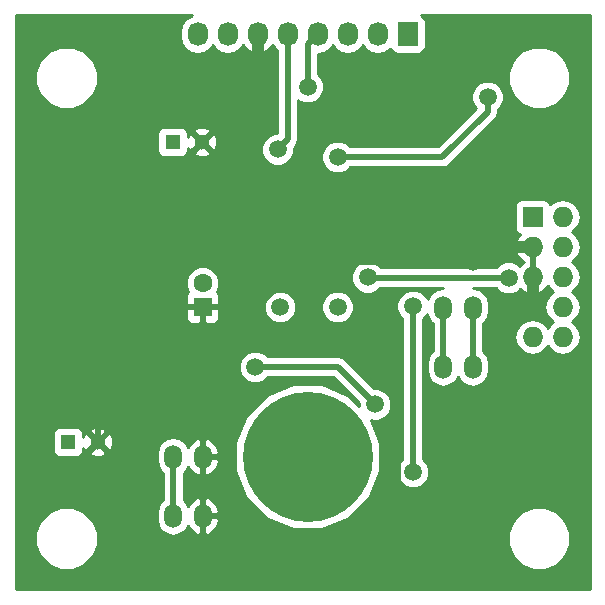
<source format=gtl>
G04 #@! TF.GenerationSoftware,KiCad,Pcbnew,(2017-05-18 revision 2a3a699)-master*
G04 #@! TF.CreationDate,2017-05-23T18:31:29+02:00*
G04 #@! TF.ProjectId,reader,7265616465722E6B696361645F706362,rev?*
G04 #@! TF.FileFunction,Copper,L1,Top,Signal*
G04 #@! TF.FilePolarity,Positive*
%FSLAX46Y46*%
G04 Gerber Fmt 4.6, Leading zero omitted, Abs format (unit mm)*
G04 Created by KiCad (PCBNEW (2017-05-18 revision 2a3a699)-master) date Tue May 23 18:31:29 2017*
%MOMM*%
%LPD*%
G01*
G04 APERTURE LIST*
%ADD10C,0.385000*%
%ADD11O,1.727200X2.032000*%
%ADD12R,1.727200X2.032000*%
%ADD13C,11.000000*%
%ADD14R,1.727200X1.727200*%
%ADD15O,1.727200X1.727200*%
%ADD16R,1.300000X1.300000*%
%ADD17C,1.300000*%
%ADD18O,1.500000X2.000000*%
%ADD19R,1.600000X1.600000*%
%ADD20C,1.600000*%
%ADD21C,1.501140*%
%ADD22C,1.500000*%
%ADD23C,0.508000*%
%ADD24C,1.016000*%
%ADD25C,0.254000*%
G04 APERTURE END LIST*
D10*
D11*
X66100000Y-52300000D03*
X68640000Y-52300000D03*
X71180000Y-52300000D03*
X73720000Y-52300000D03*
X76260000Y-52300000D03*
X78800000Y-52300000D03*
X81340000Y-52300000D03*
D12*
X83880000Y-52300000D03*
D13*
X75400000Y-88100000D03*
D14*
X94450000Y-67780000D03*
D15*
X96990000Y-67780000D03*
X94450000Y-70320000D03*
X96990000Y-70320000D03*
X94450000Y-72860000D03*
X96990000Y-72860000D03*
X96990000Y-75400000D03*
X94450000Y-77940000D03*
X96990000Y-77940000D03*
D16*
X63970000Y-61430000D03*
D17*
X66470000Y-61430000D03*
X57620000Y-86830000D03*
D16*
X55120000Y-86830000D03*
D18*
X64010000Y-93100000D03*
X66510000Y-93100000D03*
X66510000Y-88100000D03*
X64010000Y-88100000D03*
X86870000Y-75480000D03*
X89370000Y-75480000D03*
X89370000Y-80480000D03*
X86870000Y-80480000D03*
D19*
X66510000Y-75400000D03*
D20*
X66510000Y-73400000D03*
D21*
X77940000Y-75400000D03*
X73058120Y-75400000D03*
D22*
X84328810Y-89370000D03*
X84311472Y-75330118D03*
X85560000Y-96355000D03*
X82385000Y-81750000D03*
X89370000Y-71590000D03*
X95720000Y-61430000D03*
X75400000Y-65240000D03*
X60160000Y-74130000D03*
X56350000Y-67780000D03*
X81115000Y-83655000D03*
X70955000Y-80480000D03*
X80480000Y-72898810D03*
X92416963Y-72928397D03*
X90640000Y-57620000D03*
X77940000Y-62700000D03*
X72860000Y-62065000D03*
X75400047Y-56750736D03*
D23*
X84311472Y-89352662D02*
X84328810Y-89370000D01*
X84311472Y-75330118D02*
X84311472Y-89352662D01*
X64010000Y-88100000D02*
X64010000Y-93100000D01*
D24*
X94450000Y-72860000D02*
X94450000Y-74130000D01*
D23*
X94450000Y-74130000D02*
X91910000Y-76670000D01*
X91910000Y-76670000D02*
X91910000Y-90005000D01*
X91910000Y-90005000D02*
X85560000Y-96355000D01*
D24*
X94450000Y-70320000D02*
X90640000Y-70320000D01*
D23*
X90640000Y-70320000D02*
X89370000Y-71590000D01*
X71180000Y-56125000D02*
X66735000Y-56125000D01*
X66735000Y-56125000D02*
X65240000Y-57620000D01*
D24*
X71180000Y-52300000D02*
X71180000Y-56125000D01*
D23*
X83020000Y-83445660D02*
X83020000Y-93815000D01*
X83020000Y-93815000D02*
X85560000Y-96355000D01*
X82385000Y-81750000D02*
X82385000Y-82810660D01*
X82385000Y-82810660D02*
X83020000Y-83445660D01*
X66510000Y-86592000D02*
X66510000Y-88100000D01*
X89370000Y-71590000D02*
X74930250Y-71590000D01*
X74930250Y-71590000D02*
X66510000Y-80010250D01*
X66510000Y-80010250D02*
X66510000Y-86592000D01*
X75400000Y-65240000D02*
X72860000Y-65240000D01*
X72860000Y-65240000D02*
X69050000Y-69050000D01*
X69050000Y-69050000D02*
X69050000Y-81115000D01*
X69050000Y-81115000D02*
X66510000Y-83655000D01*
X66510000Y-83655000D02*
X66510000Y-88100000D01*
X95720000Y-61430000D02*
X91910000Y-65240000D01*
X91910000Y-65240000D02*
X75400000Y-65240000D01*
X60160000Y-74130000D02*
X57620000Y-76670000D01*
X57620000Y-76670000D02*
X57620000Y-86830000D01*
X56350000Y-67780000D02*
X57620000Y-69050000D01*
X57620000Y-69050000D02*
X57620000Y-86830000D01*
X70955000Y-80480000D02*
X77940000Y-80480000D01*
X77940000Y-80480000D02*
X81115000Y-83655000D01*
X80509587Y-72928397D02*
X80480000Y-72898810D01*
X92416963Y-72928397D02*
X80509587Y-72928397D01*
X77940000Y-62700000D02*
X86807178Y-62700000D01*
X86807178Y-62700000D02*
X90640000Y-58867178D01*
X90640000Y-58867178D02*
X90640000Y-57620000D01*
X73720000Y-52300000D02*
X73720000Y-61205000D01*
X73720000Y-61205000D02*
X72860000Y-62065000D01*
X75400047Y-56750736D02*
X75400047Y-53159953D01*
X75400047Y-53159953D02*
X76260000Y-52300000D01*
X86870000Y-75480000D02*
X86870000Y-80480000D01*
X89370000Y-75480000D02*
X89370000Y-80480000D01*
D25*
G36*
X65526511Y-50730729D02*
X65040330Y-51055585D01*
X64715474Y-51541766D01*
X64601400Y-52115255D01*
X64601400Y-52484745D01*
X64715474Y-53058234D01*
X65040330Y-53544415D01*
X65526511Y-53869271D01*
X66100000Y-53983345D01*
X66673489Y-53869271D01*
X67159670Y-53544415D01*
X67370000Y-53229634D01*
X67580330Y-53544415D01*
X68066511Y-53869271D01*
X68640000Y-53983345D01*
X69213489Y-53869271D01*
X69699670Y-53544415D01*
X69906461Y-53234931D01*
X70277964Y-53650732D01*
X70805209Y-53904709D01*
X70820974Y-53907358D01*
X71053000Y-53786217D01*
X71053000Y-52427000D01*
X71033000Y-52427000D01*
X71033000Y-52173000D01*
X71053000Y-52173000D01*
X71053000Y-52153000D01*
X71307000Y-52153000D01*
X71307000Y-52173000D01*
X71327000Y-52173000D01*
X71327000Y-52427000D01*
X71307000Y-52427000D01*
X71307000Y-53786217D01*
X71539026Y-53907358D01*
X71554791Y-53904709D01*
X72082036Y-53650732D01*
X72453539Y-53234931D01*
X72660330Y-53544415D01*
X72831000Y-53658453D01*
X72831000Y-60679974D01*
X72585715Y-60679760D01*
X72076485Y-60890169D01*
X71686539Y-61279436D01*
X71475241Y-61788298D01*
X71474760Y-62339285D01*
X71685169Y-62848515D01*
X72074436Y-63238461D01*
X72583298Y-63449759D01*
X73134285Y-63450240D01*
X73643515Y-63239831D01*
X73909524Y-62974285D01*
X76554760Y-62974285D01*
X76765169Y-63483515D01*
X77154436Y-63873461D01*
X77663298Y-64084759D01*
X78214285Y-64085240D01*
X78723515Y-63874831D01*
X79009845Y-63589000D01*
X86807178Y-63589000D01*
X87147384Y-63521329D01*
X87435796Y-63328618D01*
X91268618Y-59495796D01*
X91461329Y-59207384D01*
X91529000Y-58867178D01*
X91529000Y-58689530D01*
X91813461Y-58405564D01*
X92024759Y-57896702D01*
X92025240Y-57345715D01*
X91814831Y-56836485D01*
X91500728Y-56521834D01*
X92364543Y-56521834D01*
X92764853Y-57490658D01*
X93505443Y-58232542D01*
X94473567Y-58634542D01*
X95521834Y-58635457D01*
X96490658Y-58235147D01*
X97232542Y-57494557D01*
X97634542Y-56526433D01*
X97635457Y-55478166D01*
X97235147Y-54509342D01*
X96494557Y-53767458D01*
X95526433Y-53365458D01*
X94478166Y-53364543D01*
X93509342Y-53764853D01*
X92767458Y-54505443D01*
X92365458Y-55473567D01*
X92364543Y-56521834D01*
X91500728Y-56521834D01*
X91425564Y-56446539D01*
X90916702Y-56235241D01*
X90365715Y-56234760D01*
X89856485Y-56445169D01*
X89466539Y-56834436D01*
X89255241Y-57343298D01*
X89254760Y-57894285D01*
X89465169Y-58403515D01*
X89655632Y-58594310D01*
X86438942Y-61811000D01*
X79009530Y-61811000D01*
X78725564Y-61526539D01*
X78216702Y-61315241D01*
X77665715Y-61314760D01*
X77156485Y-61525169D01*
X76766539Y-61914436D01*
X76555241Y-62423298D01*
X76554760Y-62974285D01*
X73909524Y-62974285D01*
X74033461Y-62850564D01*
X74244759Y-62341702D01*
X74245112Y-61937124D01*
X74348618Y-61833618D01*
X74541330Y-61545205D01*
X74609000Y-61205000D01*
X74609000Y-57918704D01*
X74614483Y-57924197D01*
X75123345Y-58135495D01*
X75674332Y-58135976D01*
X76183562Y-57925567D01*
X76573508Y-57536300D01*
X76784806Y-57027438D01*
X76785287Y-56476451D01*
X76574878Y-55967221D01*
X76289047Y-55680891D01*
X76289047Y-53977567D01*
X76833489Y-53869271D01*
X77319670Y-53544415D01*
X77530000Y-53229634D01*
X77740330Y-53544415D01*
X78226511Y-53869271D01*
X78800000Y-53983345D01*
X79373489Y-53869271D01*
X79859670Y-53544415D01*
X80070000Y-53229634D01*
X80280330Y-53544415D01*
X80766511Y-53869271D01*
X81340000Y-53983345D01*
X81913489Y-53869271D01*
X82399670Y-53544415D01*
X82411016Y-53527434D01*
X82418243Y-53563765D01*
X82558591Y-53773809D01*
X82768635Y-53914157D01*
X83016400Y-53963440D01*
X84743600Y-53963440D01*
X84991365Y-53914157D01*
X85201409Y-53773809D01*
X85341757Y-53563765D01*
X85391040Y-53316000D01*
X85391040Y-51284000D01*
X85341757Y-51036235D01*
X85201409Y-50826191D01*
X85027518Y-50710000D01*
X99290000Y-50710000D01*
X99290000Y-99290000D01*
X50710000Y-99290000D01*
X50710000Y-95521834D01*
X52364543Y-95521834D01*
X52764853Y-96490658D01*
X53505443Y-97232542D01*
X54473567Y-97634542D01*
X55521834Y-97635457D01*
X56490658Y-97235147D01*
X57232542Y-96494557D01*
X57634542Y-95526433D01*
X57634546Y-95521834D01*
X92364543Y-95521834D01*
X92764853Y-96490658D01*
X93505443Y-97232542D01*
X94473567Y-97634542D01*
X95521834Y-97635457D01*
X96490658Y-97235147D01*
X97232542Y-96494557D01*
X97634542Y-95526433D01*
X97635457Y-94478166D01*
X97235147Y-93509342D01*
X96494557Y-92767458D01*
X95526433Y-92365458D01*
X94478166Y-92364543D01*
X93509342Y-92764853D01*
X92767458Y-93505443D01*
X92365458Y-94473567D01*
X92364543Y-95521834D01*
X57634546Y-95521834D01*
X57635457Y-94478166D01*
X57235147Y-93509342D01*
X56494557Y-92767458D01*
X55526433Y-92365458D01*
X54478166Y-92364543D01*
X53509342Y-92764853D01*
X52767458Y-93505443D01*
X52365458Y-94473567D01*
X52364543Y-95521834D01*
X50710000Y-95521834D01*
X50710000Y-86180000D01*
X53822560Y-86180000D01*
X53822560Y-87480000D01*
X53871843Y-87727765D01*
X54012191Y-87937809D01*
X54222235Y-88078157D01*
X54470000Y-88127440D01*
X55770000Y-88127440D01*
X56017765Y-88078157D01*
X56227809Y-87937809D01*
X56367321Y-87729016D01*
X56900590Y-87729016D01*
X56956271Y-87959611D01*
X57439078Y-88127622D01*
X57949428Y-88098083D01*
X58283729Y-87959611D01*
X58317931Y-87817968D01*
X62625000Y-87817968D01*
X62625000Y-88382032D01*
X62730427Y-88912049D01*
X63030657Y-89361375D01*
X63121000Y-89421740D01*
X63121000Y-91778260D01*
X63030657Y-91838625D01*
X62730427Y-92287951D01*
X62625000Y-92817968D01*
X62625000Y-93382032D01*
X62730427Y-93912049D01*
X63030657Y-94361375D01*
X63479983Y-94661605D01*
X64010000Y-94767032D01*
X64540017Y-94661605D01*
X64989343Y-94361375D01*
X65257049Y-93960724D01*
X65260036Y-93971721D01*
X65593106Y-94402736D01*
X66065765Y-94673481D01*
X66168815Y-94692318D01*
X66383000Y-94569656D01*
X66383000Y-93227000D01*
X66637000Y-93227000D01*
X66637000Y-94569656D01*
X66851185Y-94692318D01*
X66954235Y-94673481D01*
X67426894Y-94402736D01*
X67759964Y-93971721D01*
X67902739Y-93446055D01*
X67741868Y-93227000D01*
X66637000Y-93227000D01*
X66383000Y-93227000D01*
X66363000Y-93227000D01*
X66363000Y-92973000D01*
X66383000Y-92973000D01*
X66383000Y-91630344D01*
X66637000Y-91630344D01*
X66637000Y-92973000D01*
X67741868Y-92973000D01*
X67902739Y-92753945D01*
X67759964Y-92228279D01*
X67426894Y-91797264D01*
X66954235Y-91526519D01*
X66851185Y-91507682D01*
X66637000Y-91630344D01*
X66383000Y-91630344D01*
X66168815Y-91507682D01*
X66065765Y-91526519D01*
X65593106Y-91797264D01*
X65260036Y-92228279D01*
X65257049Y-92239276D01*
X64989343Y-91838625D01*
X64899000Y-91778260D01*
X64899000Y-89421740D01*
X64989343Y-89361375D01*
X65257049Y-88960724D01*
X65260036Y-88971721D01*
X65593106Y-89402736D01*
X66065765Y-89673481D01*
X66168815Y-89692318D01*
X66383000Y-89569656D01*
X66383000Y-88227000D01*
X66637000Y-88227000D01*
X66637000Y-89569656D01*
X66851185Y-89692318D01*
X66954235Y-89673481D01*
X67426894Y-89402736D01*
X67494713Y-89314973D01*
X69263937Y-89314973D01*
X70195967Y-91570658D01*
X71920264Y-93297967D01*
X74174319Y-94233933D01*
X76614973Y-94236063D01*
X78870658Y-93304033D01*
X80597967Y-91579736D01*
X81533933Y-89325681D01*
X81536063Y-86885027D01*
X80760217Y-85007337D01*
X80838298Y-85039759D01*
X81389285Y-85040240D01*
X81898515Y-84829831D01*
X82288461Y-84440564D01*
X82499759Y-83931702D01*
X82500240Y-83380715D01*
X82289831Y-82871485D01*
X81900564Y-82481539D01*
X81391702Y-82270241D01*
X80987124Y-82269888D01*
X78568618Y-79851382D01*
X78280206Y-79658671D01*
X77940000Y-79591000D01*
X72024530Y-79591000D01*
X71740564Y-79306539D01*
X71231702Y-79095241D01*
X70680715Y-79094760D01*
X70171485Y-79305169D01*
X69781539Y-79694436D01*
X69570241Y-80203298D01*
X69569760Y-80754285D01*
X69780169Y-81263515D01*
X70169436Y-81653461D01*
X70678298Y-81864759D01*
X71229285Y-81865240D01*
X71738515Y-81654831D01*
X72024845Y-81369000D01*
X77571764Y-81369000D01*
X79730111Y-83527347D01*
X79729913Y-83753695D01*
X78879736Y-82902033D01*
X76625681Y-81966067D01*
X74185027Y-81963937D01*
X71929342Y-82895967D01*
X70202033Y-84620264D01*
X69266067Y-86874319D01*
X69263937Y-89314973D01*
X67494713Y-89314973D01*
X67759964Y-88971721D01*
X67902739Y-88446055D01*
X67741868Y-88227000D01*
X66637000Y-88227000D01*
X66383000Y-88227000D01*
X66363000Y-88227000D01*
X66363000Y-87973000D01*
X66383000Y-87973000D01*
X66383000Y-86630344D01*
X66637000Y-86630344D01*
X66637000Y-87973000D01*
X67741868Y-87973000D01*
X67902739Y-87753945D01*
X67759964Y-87228279D01*
X67426894Y-86797264D01*
X66954235Y-86526519D01*
X66851185Y-86507682D01*
X66637000Y-86630344D01*
X66383000Y-86630344D01*
X66168815Y-86507682D01*
X66065765Y-86526519D01*
X65593106Y-86797264D01*
X65260036Y-87228279D01*
X65257049Y-87239276D01*
X64989343Y-86838625D01*
X64540017Y-86538395D01*
X64010000Y-86432968D01*
X63479983Y-86538395D01*
X63030657Y-86838625D01*
X62730427Y-87287951D01*
X62625000Y-87817968D01*
X58317931Y-87817968D01*
X58339410Y-87729016D01*
X57620000Y-87009605D01*
X56900590Y-87729016D01*
X56367321Y-87729016D01*
X56368157Y-87727765D01*
X56417440Y-87480000D01*
X56417440Y-87317615D01*
X56490389Y-87493729D01*
X56720984Y-87549410D01*
X57440395Y-86830000D01*
X57799605Y-86830000D01*
X58519016Y-87549410D01*
X58749611Y-87493729D01*
X58917622Y-87010922D01*
X58888083Y-86500572D01*
X58749611Y-86166271D01*
X58519016Y-86110590D01*
X57799605Y-86830000D01*
X57440395Y-86830000D01*
X56720984Y-86110590D01*
X56490389Y-86166271D01*
X56417440Y-86375902D01*
X56417440Y-86180000D01*
X56368157Y-85932235D01*
X56367322Y-85930984D01*
X56900590Y-85930984D01*
X57620000Y-86650395D01*
X58339410Y-85930984D01*
X58283729Y-85700389D01*
X57800922Y-85532378D01*
X57290572Y-85561917D01*
X56956271Y-85700389D01*
X56900590Y-85930984D01*
X56367322Y-85930984D01*
X56227809Y-85722191D01*
X56017765Y-85581843D01*
X55770000Y-85532560D01*
X54470000Y-85532560D01*
X54222235Y-85581843D01*
X54012191Y-85722191D01*
X53871843Y-85932235D01*
X53822560Y-86180000D01*
X50710000Y-86180000D01*
X50710000Y-75685750D01*
X65075000Y-75685750D01*
X65075000Y-76326309D01*
X65171673Y-76559698D01*
X65350301Y-76738327D01*
X65583690Y-76835000D01*
X66224250Y-76835000D01*
X66383000Y-76676250D01*
X66383000Y-75527000D01*
X66637000Y-75527000D01*
X66637000Y-76676250D01*
X66795750Y-76835000D01*
X67436310Y-76835000D01*
X67669699Y-76738327D01*
X67848327Y-76559698D01*
X67945000Y-76326309D01*
X67945000Y-75685750D01*
X67933648Y-75674398D01*
X71672310Y-75674398D01*
X71882806Y-76183837D01*
X72272233Y-76573944D01*
X72781304Y-76785329D01*
X73332518Y-76785810D01*
X73841957Y-76575314D01*
X74232064Y-76185887D01*
X74443449Y-75676816D01*
X74443451Y-75674398D01*
X76554190Y-75674398D01*
X76764686Y-76183837D01*
X77154113Y-76573944D01*
X77663184Y-76785329D01*
X78214398Y-76785810D01*
X78723837Y-76575314D01*
X79113944Y-76185887D01*
X79325329Y-75676816D01*
X79325810Y-75125602D01*
X79115314Y-74616163D01*
X78725887Y-74226056D01*
X78216816Y-74014671D01*
X77665602Y-74014190D01*
X77156163Y-74224686D01*
X76766056Y-74614113D01*
X76554671Y-75123184D01*
X76554190Y-75674398D01*
X74443451Y-75674398D01*
X74443930Y-75125602D01*
X74233434Y-74616163D01*
X73844007Y-74226056D01*
X73334936Y-74014671D01*
X72783722Y-74014190D01*
X72274283Y-74224686D01*
X71884176Y-74614113D01*
X71672791Y-75123184D01*
X71672310Y-75674398D01*
X67933648Y-75674398D01*
X67786250Y-75527000D01*
X66637000Y-75527000D01*
X66383000Y-75527000D01*
X65233750Y-75527000D01*
X65075000Y-75685750D01*
X50710000Y-75685750D01*
X50710000Y-73684187D01*
X65074752Y-73684187D01*
X65265688Y-74146287D01*
X65171673Y-74240302D01*
X65075000Y-74473691D01*
X65075000Y-75114250D01*
X65233750Y-75273000D01*
X66383000Y-75273000D01*
X66383000Y-75253000D01*
X66637000Y-75253000D01*
X66637000Y-75273000D01*
X67786250Y-75273000D01*
X67945000Y-75114250D01*
X67945000Y-74473691D01*
X67848327Y-74240302D01*
X67754027Y-74146002D01*
X67944750Y-73686691D01*
X67945198Y-73173095D01*
X79094760Y-73173095D01*
X79305169Y-73682325D01*
X79694436Y-74072271D01*
X80203298Y-74283569D01*
X80754285Y-74284050D01*
X81263515Y-74073641D01*
X81520206Y-73817397D01*
X86847734Y-73817397D01*
X86339983Y-73918395D01*
X85890657Y-74218625D01*
X85590427Y-74667951D01*
X85572884Y-74756146D01*
X85486303Y-74546603D01*
X85097036Y-74156657D01*
X84588174Y-73945359D01*
X84037187Y-73944878D01*
X83527957Y-74155287D01*
X83138011Y-74544554D01*
X82926713Y-75053416D01*
X82926232Y-75604403D01*
X83136641Y-76113633D01*
X83422472Y-76399963D01*
X83422472Y-88317778D01*
X83155349Y-88584436D01*
X82944051Y-89093298D01*
X82943570Y-89644285D01*
X83153979Y-90153515D01*
X83543246Y-90543461D01*
X84052108Y-90754759D01*
X84603095Y-90755240D01*
X85112325Y-90544831D01*
X85502271Y-90155564D01*
X85713569Y-89646702D01*
X85714050Y-89095715D01*
X85503641Y-88586485D01*
X85200472Y-88282787D01*
X85200472Y-76399648D01*
X85484933Y-76115682D01*
X85532540Y-76001032D01*
X85590427Y-76292049D01*
X85890657Y-76741375D01*
X85981000Y-76801740D01*
X85981000Y-79158260D01*
X85890657Y-79218625D01*
X85590427Y-79667951D01*
X85485000Y-80197968D01*
X85485000Y-80762032D01*
X85590427Y-81292049D01*
X85890657Y-81741375D01*
X86339983Y-82041605D01*
X86870000Y-82147032D01*
X87400017Y-82041605D01*
X87849343Y-81741375D01*
X88120000Y-81336308D01*
X88390657Y-81741375D01*
X88839983Y-82041605D01*
X89370000Y-82147032D01*
X89900017Y-82041605D01*
X90349343Y-81741375D01*
X90649573Y-81292049D01*
X90755000Y-80762032D01*
X90755000Y-80197968D01*
X90649573Y-79667951D01*
X90349343Y-79218625D01*
X90259000Y-79158260D01*
X90259000Y-77940000D01*
X92922041Y-77940000D01*
X93036115Y-78513489D01*
X93360971Y-78999670D01*
X93847152Y-79324526D01*
X94420641Y-79438600D01*
X94479359Y-79438600D01*
X95052848Y-79324526D01*
X95539029Y-78999670D01*
X95720000Y-78728828D01*
X95900971Y-78999670D01*
X96387152Y-79324526D01*
X96960641Y-79438600D01*
X97019359Y-79438600D01*
X97592848Y-79324526D01*
X98079029Y-78999670D01*
X98403885Y-78513489D01*
X98517959Y-77940000D01*
X98403885Y-77366511D01*
X98079029Y-76880330D01*
X97764248Y-76670000D01*
X98079029Y-76459670D01*
X98403885Y-75973489D01*
X98517959Y-75400000D01*
X98403885Y-74826511D01*
X98079029Y-74340330D01*
X97764248Y-74130000D01*
X98079029Y-73919670D01*
X98403885Y-73433489D01*
X98517959Y-72860000D01*
X98403885Y-72286511D01*
X98079029Y-71800330D01*
X97764248Y-71590000D01*
X98079029Y-71379670D01*
X98403885Y-70893489D01*
X98517959Y-70320000D01*
X98403885Y-69746511D01*
X98079029Y-69260330D01*
X97764248Y-69050000D01*
X98079029Y-68839670D01*
X98403885Y-68353489D01*
X98517959Y-67780000D01*
X98403885Y-67206511D01*
X98079029Y-66720330D01*
X97592848Y-66395474D01*
X97019359Y-66281400D01*
X96960641Y-66281400D01*
X96387152Y-66395474D01*
X95919568Y-66707904D01*
X95911757Y-66668635D01*
X95771409Y-66458591D01*
X95561365Y-66318243D01*
X95313600Y-66268960D01*
X93586400Y-66268960D01*
X93338635Y-66318243D01*
X93128591Y-66458591D01*
X92988243Y-66668635D01*
X92938960Y-66916400D01*
X92938960Y-68643600D01*
X92988243Y-68891365D01*
X93128591Y-69101409D01*
X93338635Y-69241757D01*
X93427936Y-69259520D01*
X93167312Y-69545053D01*
X92995042Y-69960974D01*
X93116183Y-70193000D01*
X94323000Y-70193000D01*
X94323000Y-70173000D01*
X94577000Y-70173000D01*
X94577000Y-70193000D01*
X94597000Y-70193000D01*
X94597000Y-70447000D01*
X94577000Y-70447000D01*
X94577000Y-72733000D01*
X94597000Y-72733000D01*
X94597000Y-72987000D01*
X94577000Y-72987000D01*
X94577000Y-74194469D01*
X94809027Y-74314968D01*
X95338490Y-74066821D01*
X95720008Y-73648839D01*
X95900971Y-73919670D01*
X96215752Y-74130000D01*
X95900971Y-74340330D01*
X95576115Y-74826511D01*
X95462041Y-75400000D01*
X95576115Y-75973489D01*
X95900971Y-76459670D01*
X96215752Y-76670000D01*
X95900971Y-76880330D01*
X95720000Y-77151172D01*
X95539029Y-76880330D01*
X95052848Y-76555474D01*
X94479359Y-76441400D01*
X94420641Y-76441400D01*
X93847152Y-76555474D01*
X93360971Y-76880330D01*
X93036115Y-77366511D01*
X92922041Y-77940000D01*
X90259000Y-77940000D01*
X90259000Y-76801740D01*
X90349343Y-76741375D01*
X90649573Y-76292049D01*
X90755000Y-75762032D01*
X90755000Y-75197968D01*
X90649573Y-74667951D01*
X90349343Y-74218625D01*
X89900017Y-73918395D01*
X89392266Y-73817397D01*
X91347433Y-73817397D01*
X91631399Y-74101858D01*
X92140261Y-74313156D01*
X92691248Y-74313637D01*
X93200478Y-74103228D01*
X93406772Y-73897293D01*
X93561510Y-74066821D01*
X94090973Y-74314968D01*
X94323000Y-74194469D01*
X94323000Y-72987000D01*
X94303000Y-72987000D01*
X94303000Y-72733000D01*
X94323000Y-72733000D01*
X94323000Y-70447000D01*
X93116183Y-70447000D01*
X92995042Y-70679026D01*
X93167312Y-71094947D01*
X93561510Y-71526821D01*
X93696313Y-71590000D01*
X93561510Y-71653179D01*
X93341531Y-71894183D01*
X93202527Y-71754936D01*
X92693665Y-71543638D01*
X92142678Y-71543157D01*
X91633448Y-71753566D01*
X91347118Y-72039397D01*
X81579065Y-72039397D01*
X81265564Y-71725349D01*
X80756702Y-71514051D01*
X80205715Y-71513570D01*
X79696485Y-71723979D01*
X79306539Y-72113246D01*
X79095241Y-72622108D01*
X79094760Y-73173095D01*
X67945198Y-73173095D01*
X67945248Y-73115813D01*
X67727243Y-72588200D01*
X67323923Y-72184176D01*
X66796691Y-71965250D01*
X66225813Y-71964752D01*
X65698200Y-72182757D01*
X65294176Y-72586077D01*
X65075250Y-73113309D01*
X65074752Y-73684187D01*
X50710000Y-73684187D01*
X50710000Y-60780000D01*
X62672560Y-60780000D01*
X62672560Y-62080000D01*
X62721843Y-62327765D01*
X62862191Y-62537809D01*
X63072235Y-62678157D01*
X63320000Y-62727440D01*
X64620000Y-62727440D01*
X64867765Y-62678157D01*
X65077809Y-62537809D01*
X65217321Y-62329016D01*
X65750590Y-62329016D01*
X65806271Y-62559611D01*
X66289078Y-62727622D01*
X66799428Y-62698083D01*
X67133729Y-62559611D01*
X67189410Y-62329016D01*
X66470000Y-61609605D01*
X65750590Y-62329016D01*
X65217321Y-62329016D01*
X65218157Y-62327765D01*
X65267440Y-62080000D01*
X65267440Y-61917615D01*
X65340389Y-62093729D01*
X65570984Y-62149410D01*
X66290395Y-61430000D01*
X66649605Y-61430000D01*
X67369016Y-62149410D01*
X67599611Y-62093729D01*
X67767622Y-61610922D01*
X67738083Y-61100572D01*
X67599611Y-60766271D01*
X67369016Y-60710590D01*
X66649605Y-61430000D01*
X66290395Y-61430000D01*
X65570984Y-60710590D01*
X65340389Y-60766271D01*
X65267440Y-60975902D01*
X65267440Y-60780000D01*
X65218157Y-60532235D01*
X65217322Y-60530984D01*
X65750590Y-60530984D01*
X66470000Y-61250395D01*
X67189410Y-60530984D01*
X67133729Y-60300389D01*
X66650922Y-60132378D01*
X66140572Y-60161917D01*
X65806271Y-60300389D01*
X65750590Y-60530984D01*
X65217322Y-60530984D01*
X65077809Y-60322191D01*
X64867765Y-60181843D01*
X64620000Y-60132560D01*
X63320000Y-60132560D01*
X63072235Y-60181843D01*
X62862191Y-60322191D01*
X62721843Y-60532235D01*
X62672560Y-60780000D01*
X50710000Y-60780000D01*
X50710000Y-56521834D01*
X52364543Y-56521834D01*
X52764853Y-57490658D01*
X53505443Y-58232542D01*
X54473567Y-58634542D01*
X55521834Y-58635457D01*
X56490658Y-58235147D01*
X57232542Y-57494557D01*
X57634542Y-56526433D01*
X57635457Y-55478166D01*
X57235147Y-54509342D01*
X56494557Y-53767458D01*
X55526433Y-53365458D01*
X54478166Y-53364543D01*
X53509342Y-53764853D01*
X52767458Y-54505443D01*
X52365458Y-55473567D01*
X52364543Y-56521834D01*
X50710000Y-56521834D01*
X50710000Y-50710000D01*
X65630723Y-50710000D01*
X65526511Y-50730729D01*
X65526511Y-50730729D01*
G37*
X65526511Y-50730729D02*
X65040330Y-51055585D01*
X64715474Y-51541766D01*
X64601400Y-52115255D01*
X64601400Y-52484745D01*
X64715474Y-53058234D01*
X65040330Y-53544415D01*
X65526511Y-53869271D01*
X66100000Y-53983345D01*
X66673489Y-53869271D01*
X67159670Y-53544415D01*
X67370000Y-53229634D01*
X67580330Y-53544415D01*
X68066511Y-53869271D01*
X68640000Y-53983345D01*
X69213489Y-53869271D01*
X69699670Y-53544415D01*
X69906461Y-53234931D01*
X70277964Y-53650732D01*
X70805209Y-53904709D01*
X70820974Y-53907358D01*
X71053000Y-53786217D01*
X71053000Y-52427000D01*
X71033000Y-52427000D01*
X71033000Y-52173000D01*
X71053000Y-52173000D01*
X71053000Y-52153000D01*
X71307000Y-52153000D01*
X71307000Y-52173000D01*
X71327000Y-52173000D01*
X71327000Y-52427000D01*
X71307000Y-52427000D01*
X71307000Y-53786217D01*
X71539026Y-53907358D01*
X71554791Y-53904709D01*
X72082036Y-53650732D01*
X72453539Y-53234931D01*
X72660330Y-53544415D01*
X72831000Y-53658453D01*
X72831000Y-60679974D01*
X72585715Y-60679760D01*
X72076485Y-60890169D01*
X71686539Y-61279436D01*
X71475241Y-61788298D01*
X71474760Y-62339285D01*
X71685169Y-62848515D01*
X72074436Y-63238461D01*
X72583298Y-63449759D01*
X73134285Y-63450240D01*
X73643515Y-63239831D01*
X73909524Y-62974285D01*
X76554760Y-62974285D01*
X76765169Y-63483515D01*
X77154436Y-63873461D01*
X77663298Y-64084759D01*
X78214285Y-64085240D01*
X78723515Y-63874831D01*
X79009845Y-63589000D01*
X86807178Y-63589000D01*
X87147384Y-63521329D01*
X87435796Y-63328618D01*
X91268618Y-59495796D01*
X91461329Y-59207384D01*
X91529000Y-58867178D01*
X91529000Y-58689530D01*
X91813461Y-58405564D01*
X92024759Y-57896702D01*
X92025240Y-57345715D01*
X91814831Y-56836485D01*
X91500728Y-56521834D01*
X92364543Y-56521834D01*
X92764853Y-57490658D01*
X93505443Y-58232542D01*
X94473567Y-58634542D01*
X95521834Y-58635457D01*
X96490658Y-58235147D01*
X97232542Y-57494557D01*
X97634542Y-56526433D01*
X97635457Y-55478166D01*
X97235147Y-54509342D01*
X96494557Y-53767458D01*
X95526433Y-53365458D01*
X94478166Y-53364543D01*
X93509342Y-53764853D01*
X92767458Y-54505443D01*
X92365458Y-55473567D01*
X92364543Y-56521834D01*
X91500728Y-56521834D01*
X91425564Y-56446539D01*
X90916702Y-56235241D01*
X90365715Y-56234760D01*
X89856485Y-56445169D01*
X89466539Y-56834436D01*
X89255241Y-57343298D01*
X89254760Y-57894285D01*
X89465169Y-58403515D01*
X89655632Y-58594310D01*
X86438942Y-61811000D01*
X79009530Y-61811000D01*
X78725564Y-61526539D01*
X78216702Y-61315241D01*
X77665715Y-61314760D01*
X77156485Y-61525169D01*
X76766539Y-61914436D01*
X76555241Y-62423298D01*
X76554760Y-62974285D01*
X73909524Y-62974285D01*
X74033461Y-62850564D01*
X74244759Y-62341702D01*
X74245112Y-61937124D01*
X74348618Y-61833618D01*
X74541330Y-61545205D01*
X74609000Y-61205000D01*
X74609000Y-57918704D01*
X74614483Y-57924197D01*
X75123345Y-58135495D01*
X75674332Y-58135976D01*
X76183562Y-57925567D01*
X76573508Y-57536300D01*
X76784806Y-57027438D01*
X76785287Y-56476451D01*
X76574878Y-55967221D01*
X76289047Y-55680891D01*
X76289047Y-53977567D01*
X76833489Y-53869271D01*
X77319670Y-53544415D01*
X77530000Y-53229634D01*
X77740330Y-53544415D01*
X78226511Y-53869271D01*
X78800000Y-53983345D01*
X79373489Y-53869271D01*
X79859670Y-53544415D01*
X80070000Y-53229634D01*
X80280330Y-53544415D01*
X80766511Y-53869271D01*
X81340000Y-53983345D01*
X81913489Y-53869271D01*
X82399670Y-53544415D01*
X82411016Y-53527434D01*
X82418243Y-53563765D01*
X82558591Y-53773809D01*
X82768635Y-53914157D01*
X83016400Y-53963440D01*
X84743600Y-53963440D01*
X84991365Y-53914157D01*
X85201409Y-53773809D01*
X85341757Y-53563765D01*
X85391040Y-53316000D01*
X85391040Y-51284000D01*
X85341757Y-51036235D01*
X85201409Y-50826191D01*
X85027518Y-50710000D01*
X99290000Y-50710000D01*
X99290000Y-99290000D01*
X50710000Y-99290000D01*
X50710000Y-95521834D01*
X52364543Y-95521834D01*
X52764853Y-96490658D01*
X53505443Y-97232542D01*
X54473567Y-97634542D01*
X55521834Y-97635457D01*
X56490658Y-97235147D01*
X57232542Y-96494557D01*
X57634542Y-95526433D01*
X57634546Y-95521834D01*
X92364543Y-95521834D01*
X92764853Y-96490658D01*
X93505443Y-97232542D01*
X94473567Y-97634542D01*
X95521834Y-97635457D01*
X96490658Y-97235147D01*
X97232542Y-96494557D01*
X97634542Y-95526433D01*
X97635457Y-94478166D01*
X97235147Y-93509342D01*
X96494557Y-92767458D01*
X95526433Y-92365458D01*
X94478166Y-92364543D01*
X93509342Y-92764853D01*
X92767458Y-93505443D01*
X92365458Y-94473567D01*
X92364543Y-95521834D01*
X57634546Y-95521834D01*
X57635457Y-94478166D01*
X57235147Y-93509342D01*
X56494557Y-92767458D01*
X55526433Y-92365458D01*
X54478166Y-92364543D01*
X53509342Y-92764853D01*
X52767458Y-93505443D01*
X52365458Y-94473567D01*
X52364543Y-95521834D01*
X50710000Y-95521834D01*
X50710000Y-86180000D01*
X53822560Y-86180000D01*
X53822560Y-87480000D01*
X53871843Y-87727765D01*
X54012191Y-87937809D01*
X54222235Y-88078157D01*
X54470000Y-88127440D01*
X55770000Y-88127440D01*
X56017765Y-88078157D01*
X56227809Y-87937809D01*
X56367321Y-87729016D01*
X56900590Y-87729016D01*
X56956271Y-87959611D01*
X57439078Y-88127622D01*
X57949428Y-88098083D01*
X58283729Y-87959611D01*
X58317931Y-87817968D01*
X62625000Y-87817968D01*
X62625000Y-88382032D01*
X62730427Y-88912049D01*
X63030657Y-89361375D01*
X63121000Y-89421740D01*
X63121000Y-91778260D01*
X63030657Y-91838625D01*
X62730427Y-92287951D01*
X62625000Y-92817968D01*
X62625000Y-93382032D01*
X62730427Y-93912049D01*
X63030657Y-94361375D01*
X63479983Y-94661605D01*
X64010000Y-94767032D01*
X64540017Y-94661605D01*
X64989343Y-94361375D01*
X65257049Y-93960724D01*
X65260036Y-93971721D01*
X65593106Y-94402736D01*
X66065765Y-94673481D01*
X66168815Y-94692318D01*
X66383000Y-94569656D01*
X66383000Y-93227000D01*
X66637000Y-93227000D01*
X66637000Y-94569656D01*
X66851185Y-94692318D01*
X66954235Y-94673481D01*
X67426894Y-94402736D01*
X67759964Y-93971721D01*
X67902739Y-93446055D01*
X67741868Y-93227000D01*
X66637000Y-93227000D01*
X66383000Y-93227000D01*
X66363000Y-93227000D01*
X66363000Y-92973000D01*
X66383000Y-92973000D01*
X66383000Y-91630344D01*
X66637000Y-91630344D01*
X66637000Y-92973000D01*
X67741868Y-92973000D01*
X67902739Y-92753945D01*
X67759964Y-92228279D01*
X67426894Y-91797264D01*
X66954235Y-91526519D01*
X66851185Y-91507682D01*
X66637000Y-91630344D01*
X66383000Y-91630344D01*
X66168815Y-91507682D01*
X66065765Y-91526519D01*
X65593106Y-91797264D01*
X65260036Y-92228279D01*
X65257049Y-92239276D01*
X64989343Y-91838625D01*
X64899000Y-91778260D01*
X64899000Y-89421740D01*
X64989343Y-89361375D01*
X65257049Y-88960724D01*
X65260036Y-88971721D01*
X65593106Y-89402736D01*
X66065765Y-89673481D01*
X66168815Y-89692318D01*
X66383000Y-89569656D01*
X66383000Y-88227000D01*
X66637000Y-88227000D01*
X66637000Y-89569656D01*
X66851185Y-89692318D01*
X66954235Y-89673481D01*
X67426894Y-89402736D01*
X67494713Y-89314973D01*
X69263937Y-89314973D01*
X70195967Y-91570658D01*
X71920264Y-93297967D01*
X74174319Y-94233933D01*
X76614973Y-94236063D01*
X78870658Y-93304033D01*
X80597967Y-91579736D01*
X81533933Y-89325681D01*
X81536063Y-86885027D01*
X80760217Y-85007337D01*
X80838298Y-85039759D01*
X81389285Y-85040240D01*
X81898515Y-84829831D01*
X82288461Y-84440564D01*
X82499759Y-83931702D01*
X82500240Y-83380715D01*
X82289831Y-82871485D01*
X81900564Y-82481539D01*
X81391702Y-82270241D01*
X80987124Y-82269888D01*
X78568618Y-79851382D01*
X78280206Y-79658671D01*
X77940000Y-79591000D01*
X72024530Y-79591000D01*
X71740564Y-79306539D01*
X71231702Y-79095241D01*
X70680715Y-79094760D01*
X70171485Y-79305169D01*
X69781539Y-79694436D01*
X69570241Y-80203298D01*
X69569760Y-80754285D01*
X69780169Y-81263515D01*
X70169436Y-81653461D01*
X70678298Y-81864759D01*
X71229285Y-81865240D01*
X71738515Y-81654831D01*
X72024845Y-81369000D01*
X77571764Y-81369000D01*
X79730111Y-83527347D01*
X79729913Y-83753695D01*
X78879736Y-82902033D01*
X76625681Y-81966067D01*
X74185027Y-81963937D01*
X71929342Y-82895967D01*
X70202033Y-84620264D01*
X69266067Y-86874319D01*
X69263937Y-89314973D01*
X67494713Y-89314973D01*
X67759964Y-88971721D01*
X67902739Y-88446055D01*
X67741868Y-88227000D01*
X66637000Y-88227000D01*
X66383000Y-88227000D01*
X66363000Y-88227000D01*
X66363000Y-87973000D01*
X66383000Y-87973000D01*
X66383000Y-86630344D01*
X66637000Y-86630344D01*
X66637000Y-87973000D01*
X67741868Y-87973000D01*
X67902739Y-87753945D01*
X67759964Y-87228279D01*
X67426894Y-86797264D01*
X66954235Y-86526519D01*
X66851185Y-86507682D01*
X66637000Y-86630344D01*
X66383000Y-86630344D01*
X66168815Y-86507682D01*
X66065765Y-86526519D01*
X65593106Y-86797264D01*
X65260036Y-87228279D01*
X65257049Y-87239276D01*
X64989343Y-86838625D01*
X64540017Y-86538395D01*
X64010000Y-86432968D01*
X63479983Y-86538395D01*
X63030657Y-86838625D01*
X62730427Y-87287951D01*
X62625000Y-87817968D01*
X58317931Y-87817968D01*
X58339410Y-87729016D01*
X57620000Y-87009605D01*
X56900590Y-87729016D01*
X56367321Y-87729016D01*
X56368157Y-87727765D01*
X56417440Y-87480000D01*
X56417440Y-87317615D01*
X56490389Y-87493729D01*
X56720984Y-87549410D01*
X57440395Y-86830000D01*
X57799605Y-86830000D01*
X58519016Y-87549410D01*
X58749611Y-87493729D01*
X58917622Y-87010922D01*
X58888083Y-86500572D01*
X58749611Y-86166271D01*
X58519016Y-86110590D01*
X57799605Y-86830000D01*
X57440395Y-86830000D01*
X56720984Y-86110590D01*
X56490389Y-86166271D01*
X56417440Y-86375902D01*
X56417440Y-86180000D01*
X56368157Y-85932235D01*
X56367322Y-85930984D01*
X56900590Y-85930984D01*
X57620000Y-86650395D01*
X58339410Y-85930984D01*
X58283729Y-85700389D01*
X57800922Y-85532378D01*
X57290572Y-85561917D01*
X56956271Y-85700389D01*
X56900590Y-85930984D01*
X56367322Y-85930984D01*
X56227809Y-85722191D01*
X56017765Y-85581843D01*
X55770000Y-85532560D01*
X54470000Y-85532560D01*
X54222235Y-85581843D01*
X54012191Y-85722191D01*
X53871843Y-85932235D01*
X53822560Y-86180000D01*
X50710000Y-86180000D01*
X50710000Y-75685750D01*
X65075000Y-75685750D01*
X65075000Y-76326309D01*
X65171673Y-76559698D01*
X65350301Y-76738327D01*
X65583690Y-76835000D01*
X66224250Y-76835000D01*
X66383000Y-76676250D01*
X66383000Y-75527000D01*
X66637000Y-75527000D01*
X66637000Y-76676250D01*
X66795750Y-76835000D01*
X67436310Y-76835000D01*
X67669699Y-76738327D01*
X67848327Y-76559698D01*
X67945000Y-76326309D01*
X67945000Y-75685750D01*
X67933648Y-75674398D01*
X71672310Y-75674398D01*
X71882806Y-76183837D01*
X72272233Y-76573944D01*
X72781304Y-76785329D01*
X73332518Y-76785810D01*
X73841957Y-76575314D01*
X74232064Y-76185887D01*
X74443449Y-75676816D01*
X74443451Y-75674398D01*
X76554190Y-75674398D01*
X76764686Y-76183837D01*
X77154113Y-76573944D01*
X77663184Y-76785329D01*
X78214398Y-76785810D01*
X78723837Y-76575314D01*
X79113944Y-76185887D01*
X79325329Y-75676816D01*
X79325810Y-75125602D01*
X79115314Y-74616163D01*
X78725887Y-74226056D01*
X78216816Y-74014671D01*
X77665602Y-74014190D01*
X77156163Y-74224686D01*
X76766056Y-74614113D01*
X76554671Y-75123184D01*
X76554190Y-75674398D01*
X74443451Y-75674398D01*
X74443930Y-75125602D01*
X74233434Y-74616163D01*
X73844007Y-74226056D01*
X73334936Y-74014671D01*
X72783722Y-74014190D01*
X72274283Y-74224686D01*
X71884176Y-74614113D01*
X71672791Y-75123184D01*
X71672310Y-75674398D01*
X67933648Y-75674398D01*
X67786250Y-75527000D01*
X66637000Y-75527000D01*
X66383000Y-75527000D01*
X65233750Y-75527000D01*
X65075000Y-75685750D01*
X50710000Y-75685750D01*
X50710000Y-73684187D01*
X65074752Y-73684187D01*
X65265688Y-74146287D01*
X65171673Y-74240302D01*
X65075000Y-74473691D01*
X65075000Y-75114250D01*
X65233750Y-75273000D01*
X66383000Y-75273000D01*
X66383000Y-75253000D01*
X66637000Y-75253000D01*
X66637000Y-75273000D01*
X67786250Y-75273000D01*
X67945000Y-75114250D01*
X67945000Y-74473691D01*
X67848327Y-74240302D01*
X67754027Y-74146002D01*
X67944750Y-73686691D01*
X67945198Y-73173095D01*
X79094760Y-73173095D01*
X79305169Y-73682325D01*
X79694436Y-74072271D01*
X80203298Y-74283569D01*
X80754285Y-74284050D01*
X81263515Y-74073641D01*
X81520206Y-73817397D01*
X86847734Y-73817397D01*
X86339983Y-73918395D01*
X85890657Y-74218625D01*
X85590427Y-74667951D01*
X85572884Y-74756146D01*
X85486303Y-74546603D01*
X85097036Y-74156657D01*
X84588174Y-73945359D01*
X84037187Y-73944878D01*
X83527957Y-74155287D01*
X83138011Y-74544554D01*
X82926713Y-75053416D01*
X82926232Y-75604403D01*
X83136641Y-76113633D01*
X83422472Y-76399963D01*
X83422472Y-88317778D01*
X83155349Y-88584436D01*
X82944051Y-89093298D01*
X82943570Y-89644285D01*
X83153979Y-90153515D01*
X83543246Y-90543461D01*
X84052108Y-90754759D01*
X84603095Y-90755240D01*
X85112325Y-90544831D01*
X85502271Y-90155564D01*
X85713569Y-89646702D01*
X85714050Y-89095715D01*
X85503641Y-88586485D01*
X85200472Y-88282787D01*
X85200472Y-76399648D01*
X85484933Y-76115682D01*
X85532540Y-76001032D01*
X85590427Y-76292049D01*
X85890657Y-76741375D01*
X85981000Y-76801740D01*
X85981000Y-79158260D01*
X85890657Y-79218625D01*
X85590427Y-79667951D01*
X85485000Y-80197968D01*
X85485000Y-80762032D01*
X85590427Y-81292049D01*
X85890657Y-81741375D01*
X86339983Y-82041605D01*
X86870000Y-82147032D01*
X87400017Y-82041605D01*
X87849343Y-81741375D01*
X88120000Y-81336308D01*
X88390657Y-81741375D01*
X88839983Y-82041605D01*
X89370000Y-82147032D01*
X89900017Y-82041605D01*
X90349343Y-81741375D01*
X90649573Y-81292049D01*
X90755000Y-80762032D01*
X90755000Y-80197968D01*
X90649573Y-79667951D01*
X90349343Y-79218625D01*
X90259000Y-79158260D01*
X90259000Y-77940000D01*
X92922041Y-77940000D01*
X93036115Y-78513489D01*
X93360971Y-78999670D01*
X93847152Y-79324526D01*
X94420641Y-79438600D01*
X94479359Y-79438600D01*
X95052848Y-79324526D01*
X95539029Y-78999670D01*
X95720000Y-78728828D01*
X95900971Y-78999670D01*
X96387152Y-79324526D01*
X96960641Y-79438600D01*
X97019359Y-79438600D01*
X97592848Y-79324526D01*
X98079029Y-78999670D01*
X98403885Y-78513489D01*
X98517959Y-77940000D01*
X98403885Y-77366511D01*
X98079029Y-76880330D01*
X97764248Y-76670000D01*
X98079029Y-76459670D01*
X98403885Y-75973489D01*
X98517959Y-75400000D01*
X98403885Y-74826511D01*
X98079029Y-74340330D01*
X97764248Y-74130000D01*
X98079029Y-73919670D01*
X98403885Y-73433489D01*
X98517959Y-72860000D01*
X98403885Y-72286511D01*
X98079029Y-71800330D01*
X97764248Y-71590000D01*
X98079029Y-71379670D01*
X98403885Y-70893489D01*
X98517959Y-70320000D01*
X98403885Y-69746511D01*
X98079029Y-69260330D01*
X97764248Y-69050000D01*
X98079029Y-68839670D01*
X98403885Y-68353489D01*
X98517959Y-67780000D01*
X98403885Y-67206511D01*
X98079029Y-66720330D01*
X97592848Y-66395474D01*
X97019359Y-66281400D01*
X96960641Y-66281400D01*
X96387152Y-66395474D01*
X95919568Y-66707904D01*
X95911757Y-66668635D01*
X95771409Y-66458591D01*
X95561365Y-66318243D01*
X95313600Y-66268960D01*
X93586400Y-66268960D01*
X93338635Y-66318243D01*
X93128591Y-66458591D01*
X92988243Y-66668635D01*
X92938960Y-66916400D01*
X92938960Y-68643600D01*
X92988243Y-68891365D01*
X93128591Y-69101409D01*
X93338635Y-69241757D01*
X93427936Y-69259520D01*
X93167312Y-69545053D01*
X92995042Y-69960974D01*
X93116183Y-70193000D01*
X94323000Y-70193000D01*
X94323000Y-70173000D01*
X94577000Y-70173000D01*
X94577000Y-70193000D01*
X94597000Y-70193000D01*
X94597000Y-70447000D01*
X94577000Y-70447000D01*
X94577000Y-72733000D01*
X94597000Y-72733000D01*
X94597000Y-72987000D01*
X94577000Y-72987000D01*
X94577000Y-74194469D01*
X94809027Y-74314968D01*
X95338490Y-74066821D01*
X95720008Y-73648839D01*
X95900971Y-73919670D01*
X96215752Y-74130000D01*
X95900971Y-74340330D01*
X95576115Y-74826511D01*
X95462041Y-75400000D01*
X95576115Y-75973489D01*
X95900971Y-76459670D01*
X96215752Y-76670000D01*
X95900971Y-76880330D01*
X95720000Y-77151172D01*
X95539029Y-76880330D01*
X95052848Y-76555474D01*
X94479359Y-76441400D01*
X94420641Y-76441400D01*
X93847152Y-76555474D01*
X93360971Y-76880330D01*
X93036115Y-77366511D01*
X92922041Y-77940000D01*
X90259000Y-77940000D01*
X90259000Y-76801740D01*
X90349343Y-76741375D01*
X90649573Y-76292049D01*
X90755000Y-75762032D01*
X90755000Y-75197968D01*
X90649573Y-74667951D01*
X90349343Y-74218625D01*
X89900017Y-73918395D01*
X89392266Y-73817397D01*
X91347433Y-73817397D01*
X91631399Y-74101858D01*
X92140261Y-74313156D01*
X92691248Y-74313637D01*
X93200478Y-74103228D01*
X93406772Y-73897293D01*
X93561510Y-74066821D01*
X94090973Y-74314968D01*
X94323000Y-74194469D01*
X94323000Y-72987000D01*
X94303000Y-72987000D01*
X94303000Y-72733000D01*
X94323000Y-72733000D01*
X94323000Y-70447000D01*
X93116183Y-70447000D01*
X92995042Y-70679026D01*
X93167312Y-71094947D01*
X93561510Y-71526821D01*
X93696313Y-71590000D01*
X93561510Y-71653179D01*
X93341531Y-71894183D01*
X93202527Y-71754936D01*
X92693665Y-71543638D01*
X92142678Y-71543157D01*
X91633448Y-71753566D01*
X91347118Y-72039397D01*
X81579065Y-72039397D01*
X81265564Y-71725349D01*
X80756702Y-71514051D01*
X80205715Y-71513570D01*
X79696485Y-71723979D01*
X79306539Y-72113246D01*
X79095241Y-72622108D01*
X79094760Y-73173095D01*
X67945198Y-73173095D01*
X67945248Y-73115813D01*
X67727243Y-72588200D01*
X67323923Y-72184176D01*
X66796691Y-71965250D01*
X66225813Y-71964752D01*
X65698200Y-72182757D01*
X65294176Y-72586077D01*
X65075250Y-73113309D01*
X65074752Y-73684187D01*
X50710000Y-73684187D01*
X50710000Y-60780000D01*
X62672560Y-60780000D01*
X62672560Y-62080000D01*
X62721843Y-62327765D01*
X62862191Y-62537809D01*
X63072235Y-62678157D01*
X63320000Y-62727440D01*
X64620000Y-62727440D01*
X64867765Y-62678157D01*
X65077809Y-62537809D01*
X65217321Y-62329016D01*
X65750590Y-62329016D01*
X65806271Y-62559611D01*
X66289078Y-62727622D01*
X66799428Y-62698083D01*
X67133729Y-62559611D01*
X67189410Y-62329016D01*
X66470000Y-61609605D01*
X65750590Y-62329016D01*
X65217321Y-62329016D01*
X65218157Y-62327765D01*
X65267440Y-62080000D01*
X65267440Y-61917615D01*
X65340389Y-62093729D01*
X65570984Y-62149410D01*
X66290395Y-61430000D01*
X66649605Y-61430000D01*
X67369016Y-62149410D01*
X67599611Y-62093729D01*
X67767622Y-61610922D01*
X67738083Y-61100572D01*
X67599611Y-60766271D01*
X67369016Y-60710590D01*
X66649605Y-61430000D01*
X66290395Y-61430000D01*
X65570984Y-60710590D01*
X65340389Y-60766271D01*
X65267440Y-60975902D01*
X65267440Y-60780000D01*
X65218157Y-60532235D01*
X65217322Y-60530984D01*
X65750590Y-60530984D01*
X66470000Y-61250395D01*
X67189410Y-60530984D01*
X67133729Y-60300389D01*
X66650922Y-60132378D01*
X66140572Y-60161917D01*
X65806271Y-60300389D01*
X65750590Y-60530984D01*
X65217322Y-60530984D01*
X65077809Y-60322191D01*
X64867765Y-60181843D01*
X64620000Y-60132560D01*
X63320000Y-60132560D01*
X63072235Y-60181843D01*
X62862191Y-60322191D01*
X62721843Y-60532235D01*
X62672560Y-60780000D01*
X50710000Y-60780000D01*
X50710000Y-56521834D01*
X52364543Y-56521834D01*
X52764853Y-57490658D01*
X53505443Y-58232542D01*
X54473567Y-58634542D01*
X55521834Y-58635457D01*
X56490658Y-58235147D01*
X57232542Y-57494557D01*
X57634542Y-56526433D01*
X57635457Y-55478166D01*
X57235147Y-54509342D01*
X56494557Y-53767458D01*
X55526433Y-53365458D01*
X54478166Y-53364543D01*
X53509342Y-53764853D01*
X52767458Y-54505443D01*
X52365458Y-55473567D01*
X52364543Y-56521834D01*
X50710000Y-56521834D01*
X50710000Y-50710000D01*
X65630723Y-50710000D01*
X65526511Y-50730729D01*
M02*

</source>
